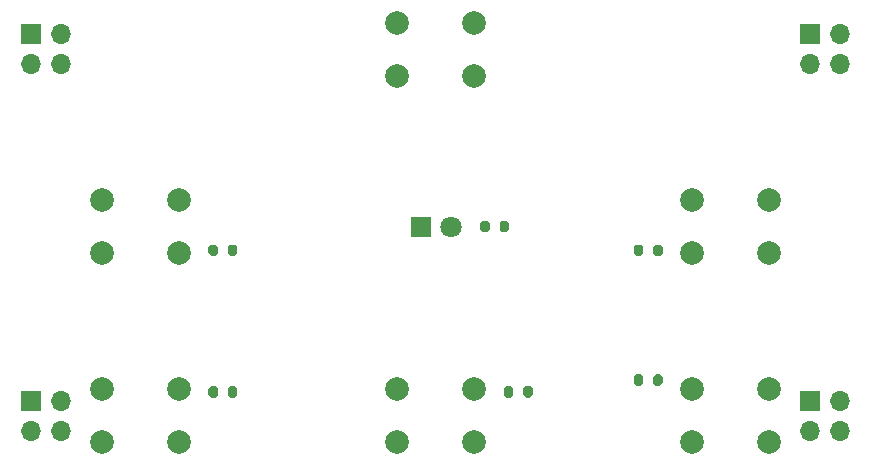
<source format=gts>
%TF.GenerationSoftware,KiCad,Pcbnew,5.1.10*%
%TF.CreationDate,2021-11-03T22:20:00+01:00*%
%TF.ProjectId,main_pcb_ui,6d61696e-5f70-4636-925f-75692e6b6963,rev?*%
%TF.SameCoordinates,PX8583b00PY5f5e100*%
%TF.FileFunction,Soldermask,Top*%
%TF.FilePolarity,Negative*%
%FSLAX46Y46*%
G04 Gerber Fmt 4.6, Leading zero omitted, Abs format (unit mm)*
G04 Created by KiCad (PCBNEW 5.1.10) date 2021-11-03 22:20:00*
%MOMM*%
%LPD*%
G01*
G04 APERTURE LIST*
%ADD10C,2.000000*%
%ADD11O,1.700000X1.700000*%
%ADD12R,1.700000X1.700000*%
%ADD13C,1.800000*%
%ADD14R,1.800000X1.800000*%
G04 APERTURE END LIST*
D10*
%TO.C,SW6*%
X3250000Y25250000D03*
X3250000Y20750000D03*
X-3250000Y25250000D03*
X-3250000Y20750000D03*
%TD*%
D11*
%TO.C,J4*%
X34270000Y-9270000D03*
X31730000Y-9270000D03*
X34270000Y-6730000D03*
D12*
X31730000Y-6730000D03*
%TD*%
D11*
%TO.C,J3*%
X34270000Y21730000D03*
X31730000Y21730000D03*
X34270000Y24270000D03*
D12*
X31730000Y24270000D03*
%TD*%
D11*
%TO.C,J2*%
X-31730000Y21730000D03*
X-34270000Y21730000D03*
X-31730000Y24270000D03*
D12*
X-34270000Y24270000D03*
%TD*%
D11*
%TO.C,J1*%
X-31730000Y-9270000D03*
X-34270000Y-9270000D03*
X-31730000Y-6730000D03*
D12*
X-34270000Y-6730000D03*
%TD*%
%TO.C,R6*%
G36*
G01*
X18425000Y-5275000D02*
X18425000Y-4725000D01*
G75*
G02*
X18625000Y-4525000I200000J0D01*
G01*
X19025000Y-4525000D01*
G75*
G02*
X19225000Y-4725000I0J-200000D01*
G01*
X19225000Y-5275000D01*
G75*
G02*
X19025000Y-5475000I-200000J0D01*
G01*
X18625000Y-5475000D01*
G75*
G02*
X18425000Y-5275000I0J200000D01*
G01*
G37*
G36*
G01*
X16775000Y-5275000D02*
X16775000Y-4725000D01*
G75*
G02*
X16975000Y-4525000I200000J0D01*
G01*
X17375000Y-4525000D01*
G75*
G02*
X17575000Y-4725000I0J-200000D01*
G01*
X17575000Y-5275000D01*
G75*
G02*
X17375000Y-5475000I-200000J0D01*
G01*
X16975000Y-5475000D01*
G75*
G02*
X16775000Y-5275000I0J200000D01*
G01*
G37*
%TD*%
%TO.C,R5*%
G36*
G01*
X18425000Y5725000D02*
X18425000Y6275000D01*
G75*
G02*
X18625000Y6475000I200000J0D01*
G01*
X19025000Y6475000D01*
G75*
G02*
X19225000Y6275000I0J-200000D01*
G01*
X19225000Y5725000D01*
G75*
G02*
X19025000Y5525000I-200000J0D01*
G01*
X18625000Y5525000D01*
G75*
G02*
X18425000Y5725000I0J200000D01*
G01*
G37*
G36*
G01*
X16775000Y5725000D02*
X16775000Y6275000D01*
G75*
G02*
X16975000Y6475000I200000J0D01*
G01*
X17375000Y6475000D01*
G75*
G02*
X17575000Y6275000I0J-200000D01*
G01*
X17575000Y5725000D01*
G75*
G02*
X17375000Y5525000I-200000J0D01*
G01*
X16975000Y5525000D01*
G75*
G02*
X16775000Y5725000I0J200000D01*
G01*
G37*
%TD*%
%TO.C,R4*%
G36*
G01*
X6575000Y-5725000D02*
X6575000Y-6275000D01*
G75*
G02*
X6375000Y-6475000I-200000J0D01*
G01*
X5975000Y-6475000D01*
G75*
G02*
X5775000Y-6275000I0J200000D01*
G01*
X5775000Y-5725000D01*
G75*
G02*
X5975000Y-5525000I200000J0D01*
G01*
X6375000Y-5525000D01*
G75*
G02*
X6575000Y-5725000I0J-200000D01*
G01*
G37*
G36*
G01*
X8225000Y-5725000D02*
X8225000Y-6275000D01*
G75*
G02*
X8025000Y-6475000I-200000J0D01*
G01*
X7625000Y-6475000D01*
G75*
G02*
X7425000Y-6275000I0J200000D01*
G01*
X7425000Y-5725000D01*
G75*
G02*
X7625000Y-5525000I200000J0D01*
G01*
X8025000Y-5525000D01*
G75*
G02*
X8225000Y-5725000I0J-200000D01*
G01*
G37*
%TD*%
%TO.C,R3*%
G36*
G01*
X-18425000Y-5725000D02*
X-18425000Y-6275000D01*
G75*
G02*
X-18625000Y-6475000I-200000J0D01*
G01*
X-19025000Y-6475000D01*
G75*
G02*
X-19225000Y-6275000I0J200000D01*
G01*
X-19225000Y-5725000D01*
G75*
G02*
X-19025000Y-5525000I200000J0D01*
G01*
X-18625000Y-5525000D01*
G75*
G02*
X-18425000Y-5725000I0J-200000D01*
G01*
G37*
G36*
G01*
X-16775000Y-5725000D02*
X-16775000Y-6275000D01*
G75*
G02*
X-16975000Y-6475000I-200000J0D01*
G01*
X-17375000Y-6475000D01*
G75*
G02*
X-17575000Y-6275000I0J200000D01*
G01*
X-17575000Y-5725000D01*
G75*
G02*
X-17375000Y-5525000I200000J0D01*
G01*
X-16975000Y-5525000D01*
G75*
G02*
X-16775000Y-5725000I0J-200000D01*
G01*
G37*
%TD*%
%TO.C,R2*%
G36*
G01*
X-18425000Y6275000D02*
X-18425000Y5725000D01*
G75*
G02*
X-18625000Y5525000I-200000J0D01*
G01*
X-19025000Y5525000D01*
G75*
G02*
X-19225000Y5725000I0J200000D01*
G01*
X-19225000Y6275000D01*
G75*
G02*
X-19025000Y6475000I200000J0D01*
G01*
X-18625000Y6475000D01*
G75*
G02*
X-18425000Y6275000I0J-200000D01*
G01*
G37*
G36*
G01*
X-16775000Y6275000D02*
X-16775000Y5725000D01*
G75*
G02*
X-16975000Y5525000I-200000J0D01*
G01*
X-17375000Y5525000D01*
G75*
G02*
X-17575000Y5725000I0J200000D01*
G01*
X-17575000Y6275000D01*
G75*
G02*
X-17375000Y6475000I200000J0D01*
G01*
X-16975000Y6475000D01*
G75*
G02*
X-16775000Y6275000I0J-200000D01*
G01*
G37*
%TD*%
D10*
%TO.C,SW5*%
X28250000Y-5750000D03*
X28250000Y-10250000D03*
X21750000Y-5750000D03*
X21750000Y-10250000D03*
%TD*%
%TO.C,SW4*%
X28250000Y10250000D03*
X28250000Y5750000D03*
X21750000Y10250000D03*
X21750000Y5750000D03*
%TD*%
%TO.C,SW3*%
X3250000Y-5750000D03*
X3250000Y-10250000D03*
X-3250000Y-5750000D03*
X-3250000Y-10250000D03*
%TD*%
%TO.C,SW2*%
X-21750000Y-5750000D03*
X-21750000Y-10250000D03*
X-28250000Y-5750000D03*
X-28250000Y-10250000D03*
%TD*%
%TO.C,SW1*%
X-21750000Y10250000D03*
X-21750000Y5750000D03*
X-28250000Y10250000D03*
X-28250000Y5750000D03*
%TD*%
D13*
%TO.C,D1*%
X1270000Y8000000D03*
D14*
X-1270000Y8000000D03*
%TD*%
%TO.C,R1*%
G36*
G01*
X4575000Y8275000D02*
X4575000Y7725000D01*
G75*
G02*
X4375000Y7525000I-200000J0D01*
G01*
X3975000Y7525000D01*
G75*
G02*
X3775000Y7725000I0J200000D01*
G01*
X3775000Y8275000D01*
G75*
G02*
X3975000Y8475000I200000J0D01*
G01*
X4375000Y8475000D01*
G75*
G02*
X4575000Y8275000I0J-200000D01*
G01*
G37*
G36*
G01*
X6225000Y8275000D02*
X6225000Y7725000D01*
G75*
G02*
X6025000Y7525000I-200000J0D01*
G01*
X5625000Y7525000D01*
G75*
G02*
X5425000Y7725000I0J200000D01*
G01*
X5425000Y8275000D01*
G75*
G02*
X5625000Y8475000I200000J0D01*
G01*
X6025000Y8475000D01*
G75*
G02*
X6225000Y8275000I0J-200000D01*
G01*
G37*
%TD*%
M02*

</source>
